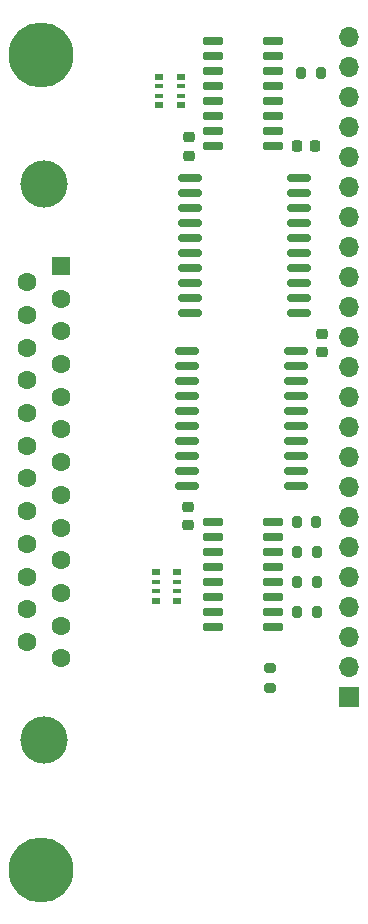
<source format=gbr>
%TF.GenerationSoftware,KiCad,Pcbnew,(6.0.11-0)*%
%TF.CreationDate,2023-07-12T13:16:53+12:00*%
%TF.ProjectId,controller-upper-cut,636f6e74-726f-46c6-9c65-722d75707065,3.2*%
%TF.SameCoordinates,PX206cc80PY68e7780*%
%TF.FileFunction,Soldermask,Top*%
%TF.FilePolarity,Negative*%
%FSLAX46Y46*%
G04 Gerber Fmt 4.6, Leading zero omitted, Abs format (unit mm)*
G04 Created by KiCad (PCBNEW (6.0.11-0)) date 2023-07-12 13:16:53*
%MOMM*%
%LPD*%
G01*
G04 APERTURE LIST*
G04 Aperture macros list*
%AMRoundRect*
0 Rectangle with rounded corners*
0 $1 Rounding radius*
0 $2 $3 $4 $5 $6 $7 $8 $9 X,Y pos of 4 corners*
0 Add a 4 corners polygon primitive as box body*
4,1,4,$2,$3,$4,$5,$6,$7,$8,$9,$2,$3,0*
0 Add four circle primitives for the rounded corners*
1,1,$1+$1,$2,$3*
1,1,$1+$1,$4,$5*
1,1,$1+$1,$6,$7*
1,1,$1+$1,$8,$9*
0 Add four rect primitives between the rounded corners*
20,1,$1+$1,$2,$3,$4,$5,0*
20,1,$1+$1,$4,$5,$6,$7,0*
20,1,$1+$1,$6,$7,$8,$9,0*
20,1,$1+$1,$8,$9,$2,$3,0*%
G04 Aperture macros list end*
%ADD10R,0.800000X0.500000*%
%ADD11R,0.800000X0.400000*%
%ADD12RoundRect,0.200000X-0.200000X-0.275000X0.200000X-0.275000X0.200000X0.275000X-0.200000X0.275000X0*%
%ADD13RoundRect,0.150000X-0.875000X-0.150000X0.875000X-0.150000X0.875000X0.150000X-0.875000X0.150000X0*%
%ADD14C,5.500000*%
%ADD15RoundRect,0.225000X0.250000X-0.225000X0.250000X0.225000X-0.250000X0.225000X-0.250000X-0.225000X0*%
%ADD16RoundRect,0.225000X-0.250000X0.225000X-0.250000X-0.225000X0.250000X-0.225000X0.250000X0.225000X0*%
%ADD17RoundRect,0.225000X-0.225000X-0.250000X0.225000X-0.250000X0.225000X0.250000X-0.225000X0.250000X0*%
%ADD18RoundRect,0.150000X0.725000X0.150000X-0.725000X0.150000X-0.725000X-0.150000X0.725000X-0.150000X0*%
%ADD19C,4.000000*%
%ADD20R,1.600000X1.600000*%
%ADD21C,1.600000*%
%ADD22RoundRect,0.200000X-0.275000X0.200000X-0.275000X-0.200000X0.275000X-0.200000X0.275000X0.200000X0*%
%ADD23R,1.700000X1.700000*%
%ADD24O,1.700000X1.700000*%
G04 APERTURE END LIST*
D10*
%TO.C,RN2*%
X30000000Y-11889393D03*
D11*
X30000000Y-12689393D03*
X30000000Y-13489393D03*
D10*
X30000000Y-14289393D03*
X31800000Y-14289393D03*
D11*
X31800000Y-13489393D03*
X31800000Y-12689393D03*
D10*
X31800000Y-11889393D03*
%TD*%
D12*
%TO.C,R16*%
X41675000Y-52150000D03*
X43325000Y-52150000D03*
%TD*%
%TO.C,R15*%
X41675000Y-54650000D03*
X43325000Y-54650000D03*
%TD*%
%TO.C,R17*%
X41625000Y-49600000D03*
X43275000Y-49600000D03*
%TD*%
D13*
%TO.C,U3*%
X32300000Y-35135000D03*
X32300000Y-36405000D03*
X32300000Y-37675000D03*
X32300000Y-38945000D03*
X32300000Y-40215000D03*
X32300000Y-41485000D03*
X32300000Y-42755000D03*
X32300000Y-44025000D03*
X32300000Y-45295000D03*
X32300000Y-46565000D03*
X41600000Y-46565000D03*
X41600000Y-45295000D03*
X41600000Y-44025000D03*
X41600000Y-42755000D03*
X41600000Y-41485000D03*
X41600000Y-40215000D03*
X41600000Y-38945000D03*
X41600000Y-37675000D03*
X41600000Y-36405000D03*
X41600000Y-35135000D03*
%TD*%
D14*
%TO.C,H3*%
X20000000Y-10000000D03*
%TD*%
D10*
%TO.C,RN1*%
X29700000Y-53833393D03*
D11*
X29700000Y-54633393D03*
X29700000Y-55433393D03*
D10*
X29700000Y-56233393D03*
X31500000Y-56233393D03*
D11*
X31500000Y-55433393D03*
X31500000Y-54633393D03*
D10*
X31500000Y-53833393D03*
%TD*%
D15*
%TO.C,C11*%
X43800000Y-35167893D03*
X43800000Y-33617893D03*
%TD*%
D12*
%TO.C,R14*%
X41675000Y-57200000D03*
X43325000Y-57200000D03*
%TD*%
D16*
%TO.C,C10*%
X32544000Y-17009393D03*
X32544000Y-18559393D03*
%TD*%
D12*
%TO.C,R22*%
X42025000Y-11550000D03*
X43675000Y-11550000D03*
%TD*%
D17*
%TO.C,C12*%
X41650000Y-17739393D03*
X43200000Y-17739393D03*
%TD*%
D18*
%TO.C,U5*%
X39654000Y-17739393D03*
X39654000Y-16469393D03*
X39654000Y-15199393D03*
X39654000Y-13929393D03*
X39654000Y-12659393D03*
X39654000Y-11389393D03*
X39654000Y-10119393D03*
X39654000Y-8849393D03*
X34504000Y-8849393D03*
X34504000Y-10119393D03*
X34504000Y-11389393D03*
X34504000Y-12659393D03*
X34504000Y-13929393D03*
X34504000Y-15199393D03*
X34504000Y-16469393D03*
X34504000Y-17739393D03*
%TD*%
D14*
%TO.C,H4*%
X20000000Y-79000000D03*
%TD*%
D19*
%TO.C,J7*%
X20210331Y-68057893D03*
X20210331Y-20957893D03*
D20*
X21630331Y-27887893D03*
D21*
X21630331Y-30657893D03*
X21630331Y-33427893D03*
X21630331Y-36197893D03*
X21630331Y-38967893D03*
X21630331Y-41737893D03*
X21630331Y-44507893D03*
X21630331Y-47277893D03*
X21630331Y-50047893D03*
X21630331Y-52817893D03*
X21630331Y-55587893D03*
X21630331Y-58357893D03*
X21630331Y-61127893D03*
X18790331Y-29272893D03*
X18790331Y-32042893D03*
X18790331Y-34812893D03*
X18790331Y-37582893D03*
X18790331Y-40352893D03*
X18790331Y-43122893D03*
X18790331Y-45892893D03*
X18790331Y-48662893D03*
X18790331Y-51432893D03*
X18790331Y-54202893D03*
X18790331Y-56972893D03*
X18790331Y-59742893D03*
%TD*%
D22*
%TO.C,R13*%
X39350000Y-61950000D03*
X39350000Y-63600000D03*
%TD*%
D18*
%TO.C,U4*%
X39654000Y-58466393D03*
X39654000Y-57196393D03*
X39654000Y-55926393D03*
X39654000Y-54656393D03*
X39654000Y-53386393D03*
X39654000Y-52116393D03*
X39654000Y-50846393D03*
X39654000Y-49576393D03*
X34504000Y-49576393D03*
X34504000Y-50846393D03*
X34504000Y-52116393D03*
X34504000Y-53386393D03*
X34504000Y-54656393D03*
X34504000Y-55926393D03*
X34504000Y-57196393D03*
X34504000Y-58466393D03*
%TD*%
D15*
%TO.C,C9*%
X32400000Y-49861006D03*
X32400000Y-48311006D03*
%TD*%
D13*
%TO.C,U2*%
X32553560Y-20445833D03*
X32553560Y-21715833D03*
X32553560Y-22985833D03*
X32553560Y-24255833D03*
X32553560Y-25525833D03*
X32553560Y-26795833D03*
X32553560Y-28065833D03*
X32553560Y-29335833D03*
X32553560Y-30605833D03*
X32553560Y-31875833D03*
X41853560Y-31875833D03*
X41853560Y-30605833D03*
X41853560Y-29335833D03*
X41853560Y-28065833D03*
X41853560Y-26795833D03*
X41853560Y-25525833D03*
X41853560Y-24255833D03*
X41853560Y-22985833D03*
X41853560Y-21715833D03*
X41853560Y-20445833D03*
%TD*%
D23*
%TO.C,J2*%
X46063000Y-64417000D03*
D24*
X46063000Y-61877000D03*
X46063000Y-59337000D03*
X46063000Y-56797000D03*
X46063000Y-54257000D03*
X46063000Y-51717000D03*
X46063000Y-49177000D03*
X46063000Y-46637000D03*
X46063000Y-44097000D03*
X46063000Y-41557000D03*
X46063000Y-39017000D03*
X46063000Y-36477000D03*
X46063000Y-33937000D03*
X46063000Y-31397000D03*
X46063000Y-28857000D03*
X46063000Y-26317000D03*
X46063000Y-23777000D03*
X46063000Y-21237000D03*
X46063000Y-18697000D03*
X46063000Y-16157000D03*
X46063000Y-13617000D03*
X46063000Y-11077000D03*
X46063000Y-8537000D03*
%TD*%
M02*

</source>
